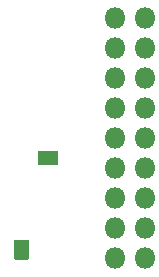
<source format=gbr>
G04 #@! TF.GenerationSoftware,KiCad,Pcbnew,5.1.7-a382d34a8~87~ubuntu18.04.1*
G04 #@! TF.CreationDate,2021-03-14T15:13:56-04:00*
G04 #@! TF.ProjectId,FLASH_MOD,464c4153-485f-44d4-9f44-2e6b69636164,0*
G04 #@! TF.SameCoordinates,Original*
G04 #@! TF.FileFunction,Soldermask,Top*
G04 #@! TF.FilePolarity,Negative*
%FSLAX46Y46*%
G04 Gerber Fmt 4.6, Leading zero omitted, Abs format (unit mm)*
G04 Created by KiCad (PCBNEW 5.1.7-a382d34a8~87~ubuntu18.04.1) date 2021-03-14 15:13:56*
%MOMM*%
%LPD*%
G01*
G04 APERTURE LIST*
%ADD10O,1.801600X1.801600*%
G04 APERTURE END LIST*
D10*
G04 #@! TO.C,U101*
X218000000Y-67940000D03*
X215460000Y-67940000D03*
X218000000Y-70480000D03*
X215460000Y-70480000D03*
X218000000Y-73020000D03*
X215460000Y-73020000D03*
X218000000Y-75560000D03*
X215460000Y-75560000D03*
X218000000Y-78100000D03*
X215460000Y-78100000D03*
X218000000Y-80640000D03*
X215460000Y-80640000D03*
X218000000Y-83180000D03*
X215460000Y-83180000D03*
X218000000Y-85720000D03*
X215460000Y-85720000D03*
X218000000Y-88260000D03*
X215460000Y-88260000D03*
G04 #@! TD*
G04 #@! TO.C,TP1*
G36*
G01*
X210600000Y-80450800D02*
X209000000Y-80450800D01*
G75*
G02*
X208949200Y-80400000I0J50800D01*
G01*
X208949200Y-79300000D01*
G75*
G02*
X209000000Y-79249200I50800J0D01*
G01*
X210600000Y-79249200D01*
G75*
G02*
X210650800Y-79300000I0J-50800D01*
G01*
X210650800Y-80400000D01*
G75*
G02*
X210600000Y-80450800I-50800J0D01*
G01*
G37*
G04 #@! TD*
G04 #@! TO.C,TP2*
G36*
G01*
X206949200Y-88400000D02*
X206949200Y-86800000D01*
G75*
G02*
X207000000Y-86749200I50800J0D01*
G01*
X208100000Y-86749200D01*
G75*
G02*
X208150800Y-86800000I0J-50800D01*
G01*
X208150800Y-88400000D01*
G75*
G02*
X208100000Y-88450800I-50800J0D01*
G01*
X207000000Y-88450800D01*
G75*
G02*
X206949200Y-88400000I0J50800D01*
G01*
G37*
G04 #@! TD*
M02*

</source>
